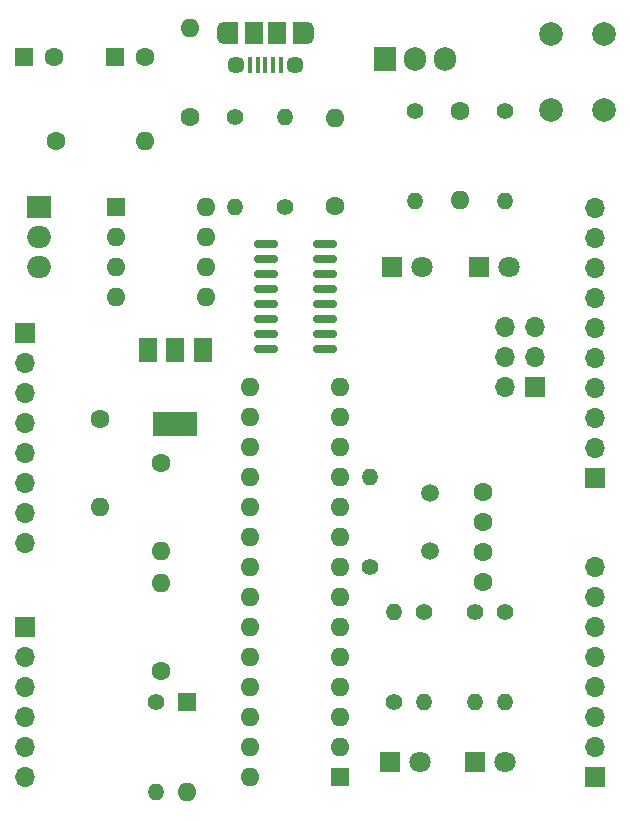
<source format=gts>
G04 #@! TF.GenerationSoftware,KiCad,Pcbnew,6.0.11-3.fc36*
G04 #@! TF.CreationDate,2023-04-04T19:10:39+09:00*
G04 #@! TF.ProjectId,Tetiduino,54657469-6475-4696-9e6f-2e6b69636164,rev?*
G04 #@! TF.SameCoordinates,Original*
G04 #@! TF.FileFunction,Soldermask,Top*
G04 #@! TF.FilePolarity,Negative*
%FSLAX46Y46*%
G04 Gerber Fmt 4.6, Leading zero omitted, Abs format (unit mm)*
G04 Created by KiCad (PCBNEW 6.0.11-3.fc36) date 2023-04-04 19:10:39*
%MOMM*%
%LPD*%
G01*
G04 APERTURE LIST*
G04 Aperture macros list*
%AMRoundRect*
0 Rectangle with rounded corners*
0 $1 Rounding radius*
0 $2 $3 $4 $5 $6 $7 $8 $9 X,Y pos of 4 corners*
0 Add a 4 corners polygon primitive as box body*
4,1,4,$2,$3,$4,$5,$6,$7,$8,$9,$2,$3,0*
0 Add four circle primitives for the rounded corners*
1,1,$1+$1,$2,$3*
1,1,$1+$1,$4,$5*
1,1,$1+$1,$6,$7*
1,1,$1+$1,$8,$9*
0 Add four rect primitives between the rounded corners*
20,1,$1+$1,$2,$3,$4,$5,0*
20,1,$1+$1,$4,$5,$6,$7,0*
20,1,$1+$1,$6,$7,$8,$9,0*
20,1,$1+$1,$8,$9,$2,$3,0*%
G04 Aperture macros list end*
%ADD10R,1.700000X1.700000*%
%ADD11O,1.700000X1.700000*%
%ADD12C,1.400000*%
%ADD13O,1.400000X1.400000*%
%ADD14R,1.905000X2.000000*%
%ADD15O,1.905000X2.000000*%
%ADD16R,1.600000X1.600000*%
%ADD17O,1.600000X1.600000*%
%ADD18C,1.600000*%
%ADD19R,0.400000X1.350000*%
%ADD20R,1.500000X1.900000*%
%ADD21R,1.200000X1.900000*%
%ADD22O,1.200000X1.900000*%
%ADD23C,1.450000*%
%ADD24C,2.000000*%
%ADD25R,1.800000X1.800000*%
%ADD26C,1.800000*%
%ADD27R,1.500000X2.000000*%
%ADD28R,3.800000X2.000000*%
%ADD29RoundRect,0.150000X0.825000X0.150000X-0.825000X0.150000X-0.825000X-0.150000X0.825000X-0.150000X0*%
%ADD30R,2.000000X1.905000*%
%ADD31O,2.000000X1.905000*%
%ADD32C,1.500000*%
G04 APERTURE END LIST*
D10*
X124460000Y-98892500D03*
D11*
X124460000Y-101432500D03*
X124460000Y-103972500D03*
X124460000Y-106512500D03*
X124460000Y-109052500D03*
X124460000Y-111592500D03*
X124460000Y-114132500D03*
X124460000Y-116672500D03*
D12*
X165100000Y-80115000D03*
D13*
X165100000Y-87735000D03*
D14*
X154940000Y-75695000D03*
D15*
X157480000Y-75695000D03*
X160020000Y-75695000D03*
D16*
X138130000Y-130175000D03*
D17*
X138130000Y-137795000D03*
D18*
X163195000Y-117475000D03*
X163195000Y-119975000D03*
X163195000Y-112395000D03*
X163195000Y-114895000D03*
D16*
X132080000Y-75565000D03*
D18*
X134580000Y-75565000D03*
X130810000Y-106205000D03*
D17*
X130810000Y-113705000D03*
D18*
X150660000Y-88205000D03*
D17*
X150660000Y-80705000D03*
D19*
X146080000Y-76212500D03*
X145430000Y-76212500D03*
X144780000Y-76212500D03*
X144130000Y-76212500D03*
X143480000Y-76212500D03*
D20*
X143780000Y-73512500D03*
D21*
X147680000Y-73512500D03*
D20*
X145780000Y-73512500D03*
D22*
X141280000Y-73512500D03*
D23*
X147280000Y-76212500D03*
D22*
X148280000Y-73512500D03*
D23*
X142280000Y-76212500D03*
D21*
X141880000Y-73512500D03*
D24*
X173430000Y-73585000D03*
X173430000Y-80085000D03*
X168930000Y-80085000D03*
X168930000Y-73585000D03*
D25*
X162880000Y-93345000D03*
D26*
X165420000Y-93345000D03*
D27*
X139460000Y-100355000D03*
D28*
X137160000Y-106655000D03*
D27*
X137160000Y-100355000D03*
X134860000Y-100355000D03*
D18*
X127060000Y-82677000D03*
D17*
X134560000Y-82677000D03*
D25*
X162560000Y-135255000D03*
D26*
X165100000Y-135255000D03*
D18*
X161290000Y-80175000D03*
D17*
X161290000Y-87675000D03*
D16*
X132090000Y-88275000D03*
D17*
X132090000Y-90815000D03*
X132090000Y-93355000D03*
X132090000Y-95895000D03*
X139710000Y-95895000D03*
X139710000Y-93355000D03*
X139710000Y-90815000D03*
X139710000Y-88275000D03*
D12*
X142240000Y-80645000D03*
D13*
X142240000Y-88265000D03*
D16*
X151120000Y-136515000D03*
D17*
X151120000Y-133975000D03*
X151120000Y-131435000D03*
X151120000Y-128895000D03*
X151120000Y-126355000D03*
X151120000Y-123815000D03*
X151120000Y-121275000D03*
X151120000Y-118735000D03*
X151120000Y-116195000D03*
X151120000Y-113655000D03*
X151120000Y-111115000D03*
X151120000Y-108575000D03*
X151120000Y-106035000D03*
X151120000Y-103495000D03*
X143500000Y-103495000D03*
X143500000Y-106035000D03*
X143500000Y-108575000D03*
X143500000Y-111115000D03*
X143500000Y-113655000D03*
X143500000Y-116195000D03*
X143500000Y-118735000D03*
X143500000Y-121275000D03*
X143500000Y-123815000D03*
X143500000Y-126355000D03*
X143500000Y-128895000D03*
X143500000Y-131435000D03*
X143500000Y-133975000D03*
X143500000Y-136515000D03*
D12*
X165100000Y-122555000D03*
D13*
X165100000Y-130175000D03*
D12*
X157480000Y-80115000D03*
D13*
X157480000Y-87735000D03*
D12*
X162560000Y-122555000D03*
D13*
X162560000Y-130175000D03*
D16*
X124380000Y-75565000D03*
D18*
X126880000Y-75565000D03*
D12*
X135540000Y-130175000D03*
D13*
X135540000Y-137795000D03*
D12*
X153670000Y-118745000D03*
D13*
X153670000Y-111125000D03*
D10*
X172720000Y-136510000D03*
D11*
X172720000Y-133970000D03*
X172720000Y-131430000D03*
X172720000Y-128890000D03*
X172720000Y-126350000D03*
X172720000Y-123810000D03*
X172720000Y-121270000D03*
X172720000Y-118730000D03*
D10*
X167645000Y-103490000D03*
D11*
X165105000Y-103490000D03*
X167645000Y-100950000D03*
X165105000Y-100950000D03*
X167645000Y-98410000D03*
X165105000Y-98410000D03*
D29*
X149795000Y-100330000D03*
X149795000Y-99060000D03*
X149795000Y-97790000D03*
X149795000Y-96520000D03*
X149795000Y-95250000D03*
X149795000Y-93980000D03*
X149795000Y-92710000D03*
X149795000Y-91440000D03*
X144845000Y-91440000D03*
X144845000Y-92710000D03*
X144845000Y-93980000D03*
X144845000Y-95250000D03*
X144845000Y-96520000D03*
X144845000Y-97790000D03*
X144845000Y-99060000D03*
X144845000Y-100330000D03*
D12*
X155640000Y-130175000D03*
D13*
X155640000Y-122555000D03*
D18*
X138430000Y-80645000D03*
D17*
X138430000Y-73145000D03*
D30*
X125600000Y-88265000D03*
D31*
X125600000Y-90805000D03*
X125600000Y-93345000D03*
D25*
X155340000Y-135255000D03*
D26*
X157880000Y-135255000D03*
D10*
X124460000Y-123825000D03*
D11*
X124460000Y-126365000D03*
X124460000Y-128905000D03*
X124460000Y-131445000D03*
X124460000Y-133985000D03*
X124460000Y-136525000D03*
D32*
X158750000Y-117385000D03*
X158750000Y-112505000D03*
D18*
X135950000Y-109915000D03*
D17*
X135950000Y-117415000D03*
D25*
X155460000Y-93345000D03*
D26*
X158000000Y-93345000D03*
D18*
X135950000Y-127575000D03*
D17*
X135950000Y-120075000D03*
D10*
X172720000Y-111170000D03*
D11*
X172720000Y-108630000D03*
X172720000Y-106090000D03*
X172720000Y-103550000D03*
X172720000Y-101010000D03*
X172720000Y-98470000D03*
X172720000Y-95930000D03*
X172720000Y-93390000D03*
X172720000Y-90850000D03*
X172720000Y-88310000D03*
D12*
X158180000Y-122555000D03*
D13*
X158180000Y-130175000D03*
D12*
X146400000Y-88265000D03*
D13*
X146400000Y-80645000D03*
M02*

</source>
